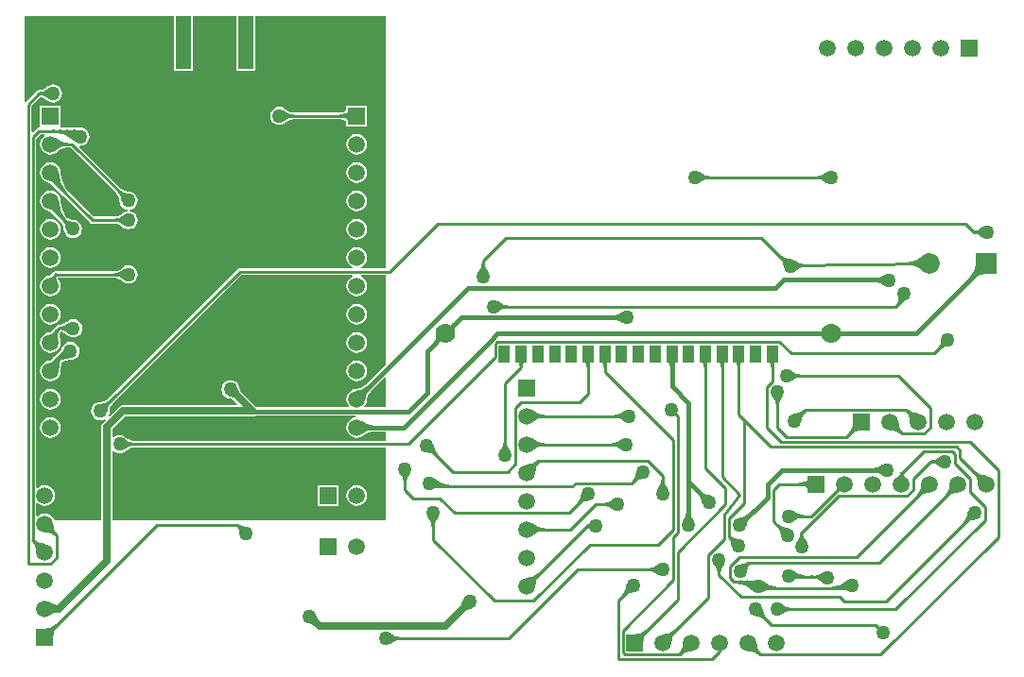
<source format=gbl>
%FSLAX44Y44*%
%MOMM*%
G71*
G01*
G75*
G04 Layer_Physical_Order=2*
G04 Layer_Color=16711680*
%ADD10C,0.3810*%
%ADD11C,0.2540*%
%ADD12C,0.6350*%
%ADD13R,1.2700X4.2000*%
%ADD14R,1.3500X4.7000*%
%ADD15R,2.1000X1.6000*%
%ADD16R,0.4000X1.3500*%
%ADD17R,1.9000X1.9000*%
%ADD18R,1.8000X1.9000*%
%ADD19R,0.9000X1.9000*%
%ADD20R,3.2000X1.9000*%
%ADD21R,1.5240X1.0160*%
%ADD22R,1.0160X1.5240*%
%ADD23R,1.1000X1.0000*%
%ADD24R,0.9100X1.2200*%
%ADD25R,0.8000X0.8000*%
%ADD26R,0.8000X0.8000*%
%ADD27R,1.0000X1.3500*%
%ADD28R,0.3700X0.4300*%
%ADD29R,0.3700X0.3000*%
%ADD30R,0.6000X1.6000*%
%ADD31O,1.9000X0.5500*%
%ADD32O,0.5500X1.9000*%
%ADD33C,1.5000*%
%ADD34R,1.5000X1.5000*%
%ADD35R,1.8500X1.8500*%
%ADD36C,1.8500*%
%ADD37R,1.5000X1.5000*%
%ADD38R,1.0000X1.5240*%
%ADD39C,1.7780*%
%ADD40C,1.2700*%
G36*
X298478Y222554D02*
X297298Y222399D01*
X295041Y221464D01*
X293103Y219977D01*
X291616Y218039D01*
X290681Y215782D01*
X290362Y213360D01*
X290681Y210938D01*
X291616Y208681D01*
X293103Y206743D01*
X295041Y205256D01*
X297298Y204321D01*
X299720Y204002D01*
X302142Y204321D01*
X304399Y205256D01*
X306337Y206743D01*
X306423Y206854D01*
X308337Y208323D01*
X310696Y209300D01*
X313008Y209605D01*
X313116D01*
X313228Y209594D01*
Y209605D01*
X325882D01*
Y201482D01*
X99640D01*
Y201496D01*
X99529Y201485D01*
X97267Y201783D01*
X95056Y202699D01*
X93223Y204105D01*
X93173Y204171D01*
X91475Y205474D01*
X89498Y206293D01*
X87376Y206572D01*
X85254Y206293D01*
X83277Y205474D01*
X81881Y204403D01*
X80742Y204964D01*
Y211522D01*
X92262Y223042D01*
X206248D01*
X208181Y223426D01*
X208772Y223822D01*
X298395D01*
X298478Y222554D01*
D02*
G37*
G36*
X325882Y270233D02*
X306616Y250966D01*
X306608Y250974D01*
X306537Y250887D01*
X306461Y250812D01*
X304611Y249392D01*
X302251Y248415D01*
X299860Y248100D01*
X299720Y248118D01*
X297298Y247799D01*
X295041Y246864D01*
X293103Y245377D01*
X291616Y243439D01*
X290681Y241182D01*
X290362Y238760D01*
X290681Y236338D01*
X291616Y234081D01*
X292851Y232471D01*
X292289Y231332D01*
X210040D01*
X209819Y231663D01*
X195681Y245801D01*
X195681Y245801D01*
X195689Y245809D01*
X195617Y245865D01*
X195607Y245874D01*
X195095Y246641D01*
X194898Y247630D01*
X194915Y247650D01*
X194915D01*
X194835Y248050D01*
X194609Y249772D01*
X193790Y251749D01*
X192487Y253447D01*
X190789Y254750D01*
X188812Y255569D01*
X186690Y255848D01*
X184568Y255569D01*
X182591Y254750D01*
X180893Y253447D01*
X179590Y251749D01*
X178771Y249772D01*
X178492Y247650D01*
X178771Y245528D01*
X179590Y243551D01*
X180893Y241853D01*
X182591Y240550D01*
X184568Y239731D01*
X186290Y239505D01*
X186690Y239425D01*
Y239425D01*
X186710Y239442D01*
X187699Y239245D01*
X188466Y238732D01*
X188475Y238723D01*
X188531Y238651D01*
X188539Y238659D01*
X188539Y238659D01*
X192883Y234315D01*
X192397Y233142D01*
X90170D01*
X88237Y232758D01*
X86599Y231663D01*
X78285Y223349D01*
X77229Y224055D01*
X78023Y225970D01*
X78302Y228092D01*
X78291Y228174D01*
X78593Y230465D01*
X79509Y232676D01*
X80898Y234486D01*
X80984Y234557D01*
X80974Y234567D01*
X80974Y234567D01*
X196359Y349952D01*
X295378D01*
X295626Y348707D01*
X295041Y348464D01*
X293103Y346977D01*
X291616Y345039D01*
X290681Y342782D01*
X290362Y340360D01*
X290681Y337938D01*
X291616Y335681D01*
X293103Y333743D01*
X295041Y332256D01*
X297298Y331321D01*
X299720Y331002D01*
X302142Y331321D01*
X304399Y332256D01*
X306337Y333743D01*
X307824Y335681D01*
X308759Y337938D01*
X309078Y340360D01*
X308759Y342782D01*
X307824Y345039D01*
X306337Y346977D01*
X304399Y348464D01*
X303814Y348707D01*
X304062Y349952D01*
X325882D01*
Y270233D01*
D02*
G37*
G36*
Y257952D02*
Y231332D01*
X307151D01*
X306589Y232471D01*
X307824Y234081D01*
X308759Y236338D01*
X309078Y238760D01*
X309060Y238899D01*
X309375Y241292D01*
X310352Y243651D01*
X311772Y245501D01*
X311847Y245577D01*
X311934Y245648D01*
X311926Y245656D01*
X324709Y258438D01*
X325882Y257952D01*
D02*
G37*
G36*
Y130810D02*
X325374Y130302D01*
X80742D01*
Y191784D01*
X81881Y192345D01*
X83277Y191274D01*
X85254Y190455D01*
X87376Y190176D01*
X89498Y190455D01*
X91475Y191274D01*
X93173Y192577D01*
X93223Y192643D01*
X95056Y194049D01*
X97267Y194965D01*
X99529Y195263D01*
X99640Y195252D01*
Y195266D01*
X325882D01*
Y130810D01*
D02*
G37*
G36*
Y356168D02*
X304062D01*
X303814Y357413D01*
X304399Y357656D01*
X306337Y359143D01*
X307824Y361081D01*
X308759Y363338D01*
X309078Y365760D01*
X308759Y368182D01*
X307824Y370439D01*
X306337Y372377D01*
X304399Y373864D01*
X302142Y374799D01*
X299720Y375118D01*
X297298Y374799D01*
X295041Y373864D01*
X293103Y372377D01*
X291616Y370439D01*
X290681Y368182D01*
X290362Y365760D01*
X290681Y363338D01*
X291616Y361081D01*
X293103Y359143D01*
X295041Y357656D01*
X295626Y357413D01*
X295378Y356168D01*
X195072D01*
X193883Y355931D01*
X192875Y355257D01*
X76579Y238962D01*
X76579Y238962D01*
X76568Y238972D01*
X76498Y238886D01*
X74688Y237497D01*
X72477Y236581D01*
X70186Y236279D01*
X70104Y236290D01*
X67982Y236011D01*
X66005Y235192D01*
X64307Y233889D01*
X63004Y232191D01*
X62185Y230214D01*
X61906Y228092D01*
X62185Y225970D01*
X63004Y223993D01*
X64307Y222295D01*
X66005Y220992D01*
X67982Y220173D01*
X70104Y219894D01*
X72226Y220173D01*
X74141Y220967D01*
X74847Y219911D01*
X72121Y217185D01*
X71026Y215547D01*
X70642Y213614D01*
Y130302D01*
X28995D01*
X28424Y131679D01*
X26937Y133617D01*
X24999Y135104D01*
X22742Y136039D01*
X20320Y136358D01*
X17898Y136039D01*
X15641Y135104D01*
X13899Y133767D01*
X12760Y134329D01*
Y145071D01*
X13899Y145633D01*
X15641Y144296D01*
X17898Y143361D01*
X20320Y143042D01*
X22742Y143361D01*
X24999Y144296D01*
X26937Y145783D01*
X28424Y147721D01*
X29359Y149978D01*
X29678Y152400D01*
X29359Y154822D01*
X28424Y157079D01*
X26937Y159017D01*
X24999Y160504D01*
X22742Y161439D01*
X20320Y161758D01*
X17898Y161439D01*
X15641Y160504D01*
X13899Y159167D01*
X12760Y159729D01*
Y472423D01*
X16527Y476190D01*
X19692D01*
X20100Y474988D01*
X18783Y473977D01*
X17296Y472039D01*
X16361Y469782D01*
X16042Y467360D01*
X16361Y464938D01*
X17296Y462681D01*
X18783Y460743D01*
X20721Y459256D01*
X22978Y458321D01*
X25400Y458002D01*
X27822Y458321D01*
X30079Y459256D01*
X32017Y460743D01*
X32146Y460911D01*
X34457Y462684D01*
X37343Y463880D01*
X40167Y464251D01*
X40441Y464225D01*
Y464252D01*
X43363D01*
X84380Y423235D01*
X84380Y423235D01*
X84370Y423225D01*
X84456Y423154D01*
X85845Y421344D01*
X86761Y419133D01*
X87063Y416842D01*
X87052Y416760D01*
X87331Y414638D01*
X88150Y412661D01*
X89453Y410963D01*
X91151Y409660D01*
X93128Y408841D01*
X94513Y408659D01*
Y407389D01*
X93128Y407207D01*
X91151Y406388D01*
X89453Y405085D01*
X89403Y405019D01*
X87570Y403613D01*
X85359Y402697D01*
X83097Y402399D01*
X82986Y402410D01*
Y402396D01*
X64279D01*
X41470Y425205D01*
X38774Y428489D01*
X36534Y432681D01*
X35154Y437230D01*
X34718Y441657D01*
X34758Y441960D01*
X34439Y444382D01*
X33504Y446639D01*
X32017Y448577D01*
X30079Y450064D01*
X27822Y450999D01*
X25400Y451318D01*
X22978Y450999D01*
X20721Y450064D01*
X18783Y448577D01*
X17296Y446639D01*
X16361Y444382D01*
X16042Y441960D01*
X16361Y439538D01*
X17296Y437281D01*
X18783Y435343D01*
X20721Y433856D01*
X22978Y432921D01*
X25265Y432620D01*
X28558Y429327D01*
X28738Y429108D01*
X28758Y429127D01*
X32681Y425204D01*
X33053Y424751D01*
X33094Y424791D01*
X33094Y424791D01*
X37123Y420762D01*
X37406Y420431D01*
X37430Y420455D01*
X60795Y397090D01*
X61803Y396417D01*
X62992Y396180D01*
X82986D01*
Y396166D01*
X83097Y396177D01*
X85359Y395879D01*
X87570Y394963D01*
X89403Y393557D01*
X89453Y393491D01*
X91151Y392188D01*
X93128Y391369D01*
X95250Y391090D01*
X97372Y391369D01*
X99349Y392188D01*
X101047Y393491D01*
X102350Y395189D01*
X103169Y397166D01*
X103448Y399288D01*
X103169Y401410D01*
X102350Y403387D01*
X101047Y405085D01*
X99349Y406388D01*
X97372Y407207D01*
X95987Y407389D01*
Y408659D01*
X97372Y408841D01*
X99349Y409660D01*
X101047Y410963D01*
X102350Y412661D01*
X103169Y414638D01*
X103448Y416760D01*
X103169Y418882D01*
X102350Y420859D01*
X101047Y422557D01*
X99349Y423860D01*
X97372Y424679D01*
X95250Y424958D01*
X95168Y424948D01*
X92877Y425249D01*
X90666Y426165D01*
X88856Y427554D01*
X88785Y427640D01*
X88775Y427630D01*
X88775Y427630D01*
X51514Y464892D01*
X52070Y466020D01*
X54192Y466299D01*
X56169Y467118D01*
X57867Y468421D01*
X59170Y470119D01*
X59989Y472096D01*
X60268Y474218D01*
X59989Y476340D01*
X59170Y478317D01*
X57867Y480015D01*
X56169Y481318D01*
X54192Y482137D01*
X52070Y482416D01*
X49948Y482137D01*
X49590Y481988D01*
X48108Y482183D01*
X46990Y482406D01*
X46419D01*
X45938Y482469D01*
Y482406D01*
X40201D01*
X39806Y482445D01*
Y482406D01*
X34678D01*
Y483482D01*
X34678D01*
Y502038D01*
X16122D01*
Y483482D01*
X16122D01*
Y483288D01*
X15240Y482406D01*
X14051Y482169D01*
X13043Y481496D01*
X9615Y478068D01*
X8442Y478554D01*
Y501633D01*
X16408Y509599D01*
X17795Y509417D01*
X20006Y508501D01*
X21839Y507095D01*
X21889Y507029D01*
X23587Y505726D01*
X25564Y504907D01*
X27686Y504628D01*
X29808Y504907D01*
X31785Y505726D01*
X33483Y507029D01*
X34786Y508727D01*
X35605Y510704D01*
X35884Y512826D01*
X35605Y514948D01*
X34786Y516925D01*
X33483Y518623D01*
X31785Y519926D01*
X29808Y520745D01*
X27686Y521024D01*
X25564Y520745D01*
X23587Y519926D01*
X21889Y518623D01*
X21839Y518557D01*
X20006Y517151D01*
X17795Y516235D01*
X15533Y515937D01*
X15422Y515948D01*
Y515934D01*
X15240D01*
X14051Y515697D01*
X13043Y515023D01*
X3241Y505222D01*
X2555Y505506D01*
X2068Y505832D01*
Y582132D01*
X136125D01*
Y533522D01*
X153181D01*
Y582132D01*
X191725D01*
Y533522D01*
X208781D01*
Y582132D01*
X325882D01*
Y356168D01*
D02*
G37*
%LPC*%
G36*
X299720Y298918D02*
X297298Y298599D01*
X295041Y297664D01*
X293103Y296177D01*
X291616Y294239D01*
X290681Y291982D01*
X290362Y289560D01*
X290681Y287138D01*
X291616Y284881D01*
X293103Y282943D01*
X295041Y281456D01*
X297298Y280521D01*
X299720Y280202D01*
X302142Y280521D01*
X304399Y281456D01*
X306337Y282943D01*
X307824Y284881D01*
X308759Y287138D01*
X309078Y289560D01*
X308759Y291982D01*
X307824Y294239D01*
X306337Y296177D01*
X304399Y297664D01*
X302142Y298599D01*
X299720Y298918D01*
D02*
G37*
G36*
X43180Y290138D02*
X41058Y289859D01*
X39081Y289040D01*
X37383Y287737D01*
X36080Y286039D01*
X35261Y284062D01*
X35175Y283410D01*
X32414Y280649D01*
X32300Y280555D01*
X32300Y280556D01*
X31969Y280224D01*
X31933D01*
X31933Y280224D01*
Y280224D01*
X31933Y280224D01*
X31676Y279911D01*
X28290Y276525D01*
X27943Y276241D01*
X27967Y276216D01*
X27904Y276139D01*
X25265Y273500D01*
X22978Y273199D01*
X20721Y272264D01*
X18783Y270777D01*
X17296Y268839D01*
X16361Y266582D01*
X16042Y264160D01*
X16361Y261738D01*
X17296Y259481D01*
X18783Y257543D01*
X20721Y256056D01*
X22978Y255121D01*
X25400Y254802D01*
X27822Y255121D01*
X30079Y256056D01*
X32017Y257543D01*
X33504Y259481D01*
X34439Y261738D01*
X34758Y264160D01*
X34709Y264529D01*
X34722Y264595D01*
X34698Y264716D01*
X34774Y264816D01*
X34774D01*
X34643Y266153D01*
X35013Y269907D01*
X35768Y272397D01*
X38994Y273376D01*
X42978Y273768D01*
X43180Y273742D01*
X45302Y274021D01*
X47279Y274840D01*
X48977Y276143D01*
X50280Y277841D01*
X51099Y279818D01*
X51378Y281940D01*
X51099Y284062D01*
X50280Y286039D01*
X48977Y287737D01*
X47279Y289040D01*
X45302Y289859D01*
X43180Y290138D01*
D02*
G37*
G36*
X25400Y324318D02*
X22978Y323999D01*
X20721Y323064D01*
X18783Y321577D01*
X17296Y319639D01*
X16361Y317382D01*
X16042Y314960D01*
X16361Y312538D01*
X17296Y310281D01*
X18783Y308343D01*
X20721Y306856D01*
X22978Y305921D01*
X25400Y305602D01*
X27822Y305921D01*
X30079Y306856D01*
X32017Y308343D01*
X33504Y310281D01*
X34439Y312538D01*
X34758Y314960D01*
X34439Y317382D01*
X33504Y319639D01*
X32017Y321577D01*
X30079Y323064D01*
X27822Y323999D01*
X25400Y324318D01*
D02*
G37*
G36*
X299720Y273518D02*
X297298Y273199D01*
X295041Y272264D01*
X293103Y270777D01*
X291616Y268839D01*
X290681Y266582D01*
X290362Y264160D01*
X290681Y261738D01*
X291616Y259481D01*
X293103Y257543D01*
X295041Y256056D01*
X297298Y255121D01*
X299720Y254802D01*
X302142Y255121D01*
X304399Y256056D01*
X306337Y257543D01*
X307824Y259481D01*
X308759Y261738D01*
X309078Y264160D01*
X308759Y266582D01*
X307824Y268839D01*
X306337Y270777D01*
X304399Y272264D01*
X302142Y273199D01*
X299720Y273518D01*
D02*
G37*
G36*
X283598Y161678D02*
X265042D01*
Y143122D01*
X283598D01*
Y161678D01*
D02*
G37*
G36*
X299720Y161758D02*
X297298Y161439D01*
X295041Y160504D01*
X293103Y159017D01*
X291616Y157079D01*
X290681Y154822D01*
X290362Y152400D01*
X290681Y149978D01*
X291616Y147721D01*
X293103Y145783D01*
X295041Y144296D01*
X297298Y143361D01*
X299720Y143042D01*
X302142Y143361D01*
X304399Y144296D01*
X306337Y145783D01*
X307824Y147721D01*
X308759Y149978D01*
X309078Y152400D01*
X308759Y154822D01*
X307824Y157079D01*
X306337Y159017D01*
X304399Y160504D01*
X302142Y161439D01*
X299720Y161758D01*
D02*
G37*
G36*
X25400Y248118D02*
X22978Y247799D01*
X20721Y246864D01*
X18783Y245377D01*
X17296Y243439D01*
X16361Y241182D01*
X16042Y238760D01*
X16361Y236338D01*
X17296Y234081D01*
X18783Y232143D01*
X20721Y230656D01*
X22978Y229721D01*
X25400Y229402D01*
X27822Y229721D01*
X30079Y230656D01*
X32017Y232143D01*
X33504Y234081D01*
X34439Y236338D01*
X34758Y238760D01*
X34439Y241182D01*
X33504Y243439D01*
X32017Y245377D01*
X30079Y246864D01*
X27822Y247799D01*
X25400Y248118D01*
D02*
G37*
G36*
Y222718D02*
X22978Y222399D01*
X20721Y221464D01*
X18783Y219977D01*
X17296Y218039D01*
X16361Y215782D01*
X16042Y213360D01*
X16361Y210938D01*
X17296Y208681D01*
X18783Y206743D01*
X20721Y205256D01*
X22978Y204321D01*
X25400Y204002D01*
X27822Y204321D01*
X30079Y205256D01*
X32017Y206743D01*
X33504Y208681D01*
X34439Y210938D01*
X34758Y213360D01*
X34439Y215782D01*
X33504Y218039D01*
X32017Y219977D01*
X30079Y221464D01*
X27822Y222399D01*
X25400Y222718D01*
D02*
G37*
G36*
X299720Y425918D02*
X297298Y425599D01*
X295041Y424664D01*
X293103Y423177D01*
X291616Y421239D01*
X290681Y418982D01*
X290362Y416560D01*
X290681Y414138D01*
X291616Y411881D01*
X293103Y409943D01*
X295041Y408456D01*
X297298Y407521D01*
X299720Y407202D01*
X302142Y407521D01*
X304399Y408456D01*
X306337Y409943D01*
X307824Y411881D01*
X308759Y414138D01*
X309078Y416560D01*
X308759Y418982D01*
X307824Y421239D01*
X306337Y423177D01*
X304399Y424664D01*
X302142Y425599D01*
X299720Y425918D01*
D02*
G37*
G36*
X25400D02*
X22978Y425599D01*
X20721Y424664D01*
X18783Y423177D01*
X17296Y421239D01*
X16361Y418982D01*
X16042Y416560D01*
X16361Y414138D01*
X17296Y411881D01*
X18783Y409943D01*
X20721Y408456D01*
X22978Y407521D01*
X25265Y407220D01*
X28558Y403927D01*
X28738Y403708D01*
D01*
Y403708D01*
X28738D01*
D01*
Y403708D01*
X28738Y403708D01*
X28777Y403708D01*
D01*
X32681Y399804D01*
X33053Y399351D01*
X33094Y399391D01*
X33094Y399391D01*
X34650Y397835D01*
X34650Y397835D01*
X34640Y397825D01*
X34726Y397754D01*
X36115Y395944D01*
X37031Y393733D01*
X37332Y391442D01*
X37322Y391360D01*
X37601Y389238D01*
X38420Y387261D01*
X39723Y385563D01*
X41421Y384260D01*
X43398Y383441D01*
X45520Y383162D01*
X47642Y383441D01*
X49619Y384260D01*
X51317Y385563D01*
X52620Y387261D01*
X53439Y389238D01*
X53718Y391360D01*
X53439Y393482D01*
X52620Y395459D01*
X51317Y397157D01*
X49619Y398460D01*
X47642Y399279D01*
X45520Y399558D01*
X45438Y399548D01*
X43147Y399849D01*
X40936Y400765D01*
X40250Y401291D01*
X38774Y403089D01*
X36534Y407281D01*
X35154Y411830D01*
X34718Y416257D01*
X34758Y416560D01*
X34439Y418982D01*
X33504Y421239D01*
X32017Y423177D01*
X30079Y424664D01*
X27822Y425599D01*
X25400Y425918D01*
D02*
G37*
G36*
X299720Y451318D02*
X297298Y450999D01*
X295041Y450064D01*
X293103Y448577D01*
X291616Y446639D01*
X290681Y444382D01*
X290362Y441960D01*
X290681Y439538D01*
X291616Y437281D01*
X293103Y435343D01*
X295041Y433856D01*
X297298Y432921D01*
X299720Y432602D01*
X302142Y432921D01*
X304399Y433856D01*
X306337Y435343D01*
X307824Y437281D01*
X308759Y439538D01*
X309078Y441960D01*
X308759Y444382D01*
X307824Y446639D01*
X306337Y448577D01*
X304399Y450064D01*
X302142Y450999D01*
X299720Y451318D01*
D02*
G37*
G36*
X308998Y502038D02*
X290442D01*
Y497344D01*
X287777Y496240D01*
X284953Y495869D01*
X284680Y495896D01*
Y495868D01*
X242642D01*
Y495882D01*
X242531Y495871D01*
X240269Y496169D01*
X238058Y497085D01*
X236225Y498491D01*
X236175Y498557D01*
X234477Y499860D01*
X232500Y500679D01*
X230378Y500958D01*
X228256Y500679D01*
X226279Y499860D01*
X224581Y498557D01*
X223278Y496859D01*
X222459Y494882D01*
X222180Y492760D01*
X222459Y490638D01*
X223278Y488661D01*
X224581Y486963D01*
X226279Y485660D01*
X228256Y484841D01*
X230378Y484562D01*
X232500Y484841D01*
X234477Y485660D01*
X236175Y486963D01*
X236225Y487029D01*
X238058Y488435D01*
X240269Y489351D01*
X242531Y489649D01*
X242642Y489638D01*
Y489652D01*
X284680D01*
Y489624D01*
X284953Y489651D01*
X287777Y489280D01*
X290442Y488176D01*
Y483482D01*
X308998D01*
Y502038D01*
D02*
G37*
G36*
X299720Y476718D02*
X297298Y476399D01*
X295041Y475464D01*
X293103Y473977D01*
X291616Y472039D01*
X290681Y469782D01*
X290362Y467360D01*
X290681Y464938D01*
X291616Y462681D01*
X293103Y460743D01*
X295041Y459256D01*
X297298Y458321D01*
X299720Y458002D01*
X302142Y458321D01*
X304399Y459256D01*
X306337Y460743D01*
X307824Y462681D01*
X308759Y464938D01*
X309078Y467360D01*
X308759Y469782D01*
X307824Y472039D01*
X306337Y473977D01*
X304399Y475464D01*
X302142Y476399D01*
X299720Y476718D01*
D02*
G37*
G36*
Y400518D02*
X297298Y400199D01*
X295041Y399264D01*
X293103Y397777D01*
X291616Y395839D01*
X290681Y393582D01*
X290362Y391160D01*
X290681Y388738D01*
X291616Y386481D01*
X293103Y384543D01*
X295041Y383056D01*
X297298Y382121D01*
X299720Y381802D01*
X302142Y382121D01*
X304399Y383056D01*
X306337Y384543D01*
X307824Y386481D01*
X308759Y388738D01*
X309078Y391160D01*
X308759Y393582D01*
X307824Y395839D01*
X306337Y397777D01*
X304399Y399264D01*
X302142Y400199D01*
X299720Y400518D01*
D02*
G37*
G36*
X45720Y310458D02*
X43598Y310179D01*
X41621Y309360D01*
X39923Y308057D01*
X39890Y308014D01*
X38215Y306729D01*
X36215Y305901D01*
X34097Y305622D01*
X33413D01*
X33275Y305635D01*
Y305622D01*
X33274D01*
X32085Y305385D01*
X31077Y304711D01*
X31076Y304711D01*
X31040Y304747D01*
X30805Y304440D01*
X28383Y302018D01*
X28383Y302018D01*
X28357Y302044D01*
X28186Y301820D01*
X25690Y299325D01*
X25674Y299342D01*
X25566Y299201D01*
X25265Y298900D01*
X22978Y298599D01*
X20721Y297664D01*
X18783Y296177D01*
X17296Y294239D01*
X16361Y291982D01*
X16042Y289560D01*
X16361Y287138D01*
X17296Y284881D01*
X18783Y282943D01*
X20721Y281456D01*
X22978Y280521D01*
X25400Y280202D01*
X27822Y280521D01*
X30079Y281456D01*
X32017Y282943D01*
X33504Y284881D01*
X34439Y287138D01*
X34758Y289560D01*
X34439Y291982D01*
X34091Y292823D01*
X34032Y293118D01*
X34095Y293144D01*
X33770Y293930D01*
X33545Y295639D01*
X33770Y297348D01*
X34429Y298941D01*
X34655Y299234D01*
X35606Y299109D01*
X37779Y298209D01*
X39644Y296778D01*
X39779Y296602D01*
Y296602D01*
Y296602D01*
X39779Y296602D01*
X39806Y296615D01*
Y296615D01*
D01*
X39844Y296559D01*
X39855Y296552D01*
X39923Y296463D01*
X41621Y295160D01*
X43598Y294341D01*
X45720Y294062D01*
X47842Y294341D01*
X49819Y295160D01*
X51517Y296463D01*
X52820Y298161D01*
X53639Y300138D01*
X53918Y302260D01*
X53639Y304382D01*
X52820Y306359D01*
X51517Y308057D01*
X49819Y309360D01*
X47842Y310179D01*
X45720Y310458D01*
D02*
G37*
G36*
X299720Y324318D02*
X297298Y323999D01*
X295041Y323064D01*
X293103Y321577D01*
X291616Y319639D01*
X290681Y317382D01*
X290362Y314960D01*
X290681Y312538D01*
X291616Y310281D01*
X293103Y308343D01*
X295041Y306856D01*
X297298Y305921D01*
X299720Y305602D01*
X302142Y305921D01*
X304399Y306856D01*
X306337Y308343D01*
X307824Y310281D01*
X308759Y312538D01*
X309078Y314960D01*
X308759Y317382D01*
X307824Y319639D01*
X306337Y321577D01*
X304399Y323064D01*
X302142Y323999D01*
X299720Y324318D01*
D02*
G37*
G36*
X95250Y358718D02*
X93128Y358439D01*
X91151Y357620D01*
X89453Y356317D01*
X89403Y356251D01*
X87570Y354845D01*
X85359Y353929D01*
X83097Y353631D01*
X82986Y353642D01*
Y353628D01*
X30480D01*
X29291Y353391D01*
X28282Y352718D01*
X28282D01*
X28278Y352722D01*
X28249Y352684D01*
X26315Y350750D01*
X26309D01*
X26309Y350750D01*
Y350750D01*
X26309Y350750D01*
D01*
X26290Y350725D01*
X25265Y349700D01*
X22978Y349399D01*
X20721Y348464D01*
X18783Y346977D01*
X17296Y345039D01*
X16361Y342782D01*
X16042Y340360D01*
X16361Y337938D01*
X17296Y335681D01*
X18783Y333743D01*
X20721Y332256D01*
X22978Y331321D01*
X25400Y331002D01*
X27822Y331321D01*
X30079Y332256D01*
X32017Y333743D01*
X33504Y335681D01*
X34439Y337938D01*
X34758Y340360D01*
X34439Y342782D01*
X33504Y345039D01*
X32634Y346174D01*
X32552Y346297D01*
X32585Y346325D01*
X32193Y347272D01*
X32251Y347412D01*
X82986D01*
Y347398D01*
X83097Y347409D01*
X85359Y347111D01*
X87570Y346195D01*
X89403Y344789D01*
X89453Y344723D01*
X91151Y343420D01*
X93128Y342601D01*
X95250Y342322D01*
X97372Y342601D01*
X99349Y343420D01*
X101047Y344723D01*
X102350Y346421D01*
X103169Y348398D01*
X103448Y350520D01*
X103169Y352642D01*
X102350Y354619D01*
X101047Y356317D01*
X99349Y357620D01*
X97372Y358439D01*
X95250Y358718D01*
D02*
G37*
G36*
X25400Y400518D02*
X22978Y400199D01*
X20721Y399264D01*
X18783Y397777D01*
X17296Y395839D01*
X16361Y393582D01*
X16042Y391160D01*
X16361Y388738D01*
X17296Y386481D01*
X18783Y384543D01*
X20721Y383056D01*
X22978Y382121D01*
X25400Y381802D01*
X27822Y382121D01*
X30079Y383056D01*
X32017Y384543D01*
X33504Y386481D01*
X34439Y388738D01*
X34758Y391160D01*
X34439Y393582D01*
X33504Y395839D01*
X32017Y397777D01*
X30079Y399264D01*
X27822Y400199D01*
X25400Y400518D01*
D02*
G37*
G36*
Y375118D02*
X22978Y374799D01*
X20721Y373864D01*
X18783Y372377D01*
X17296Y370439D01*
X16361Y368182D01*
X16042Y365760D01*
X16361Y363338D01*
X17296Y361081D01*
X18783Y359143D01*
X20721Y357656D01*
X22978Y356721D01*
X25400Y356402D01*
X27822Y356721D01*
X30079Y357656D01*
X32017Y359143D01*
X33504Y361081D01*
X34439Y363338D01*
X34758Y365760D01*
X34439Y368182D01*
X33504Y370439D01*
X32017Y372377D01*
X30079Y373864D01*
X27822Y374799D01*
X25400Y375118D01*
D02*
G37*
%LPD*%
D10*
X309271Y248311D02*
G03*
X305315Y238760I9551J-9551D01*
G01*
X299720Y244355D02*
G03*
X309271Y248311I0J13507D01*
G01*
X313228Y213360D02*
G03*
X303676Y209404I0J-13507D01*
G01*
Y217316D02*
G03*
X313228Y213360I9551J9551D01*
G01*
X731651Y297400D02*
G03*
X728928Y296272I0J-3851D01*
G01*
Y298528D02*
G03*
X731651Y297400I2723J2723D01*
G01*
X717950D02*
G03*
X720672Y298528I0J3851D01*
G01*
Y296272D02*
G03*
X717950Y297400I-2723J-2723D01*
G01*
X371196Y290136D02*
G03*
X374205Y297400I-7264J7264D01*
G01*
X386644Y305244D02*
G03*
X383395Y297400I7844J-7844D01*
G01*
X581800Y269308D02*
G03*
X579612Y274592I-7472J0D01*
G01*
X583989D02*
G03*
X581800Y269308I5283J-5283D01*
G01*
X851061Y348141D02*
G03*
X856255Y360680I-12539J12539D01*
G01*
X863600Y353335D02*
G03*
X851061Y348141I0J-17732D01*
G01*
X766719Y345694D02*
G03*
X773081Y348329I0J8997D01*
G01*
Y342043D02*
G03*
X764266Y345694I-8814J-8814D01*
G01*
X649954Y133318D02*
G03*
X646811Y125730I7588J-7588D01*
G01*
X642366Y130175D02*
G03*
X649954Y133318I0J10731D01*
G01*
X763969Y175260D02*
G03*
X771557Y178403I0J10731D01*
G01*
Y172117D02*
G03*
X763969Y175260I-7588J-7588D01*
G01*
X607600Y153764D02*
G03*
X615188Y150621I7588J7588D01*
G01*
X610743Y146176D02*
G03*
X607600Y153764I-10731J0D01*
G01*
X530490Y311785D02*
G03*
X538385Y315055I0J11165D01*
G01*
Y308769D02*
G03*
X531103Y311785I-7282J-7282D01*
G01*
X596646Y136461D02*
G03*
X599789Y128873I10731J0D01*
G01*
X593503D02*
G03*
X596646Y136461I-7588J7588D01*
G01*
Y164718D02*
X615188Y146176D01*
X596646Y164718D02*
Y235458D01*
Y125730D02*
Y164718D01*
X581800Y250304D02*
X596646Y235458D01*
X581800Y250304D02*
Y279400D01*
X596646Y164718D02*
Y235458D01*
X680720Y175260D02*
X774700D01*
X667512Y162052D02*
X680720Y175260D01*
X667512Y150876D02*
Y162052D01*
X642366Y125730D02*
X667512Y150876D01*
X724800Y297400D02*
X800320D01*
X863600Y360680D01*
X299720Y213360D02*
X341873D01*
X418799Y290286D01*
Y290334D01*
X425865Y297400D01*
X724800D01*
X206248Y228092D02*
X206375Y227965D01*
X299720Y238760D02*
X399034Y338074D01*
X674405D01*
X682025Y345694D01*
X775716D02*
X776224Y345186D01*
X682025Y345694D02*
X775716D01*
X378800Y297400D02*
X393312Y311912D01*
X417865D01*
X417992Y311785D01*
X541401D02*
X541528Y311912D01*
X417992Y311785D02*
X541401D01*
X362966Y244856D02*
Y281906D01*
X378460Y297400D01*
X378800D01*
X345687Y227577D02*
X362966Y244856D01*
X206248Y228092D02*
X206763Y227577D01*
X345687D01*
D11*
X741205Y207805D02*
G03*
X745610Y218440I-10635J10635D01*
G01*
X745541Y212141D02*
G03*
X748150Y218440I-6299J6299D01*
G01*
X751840Y212210D02*
G03*
X741205Y207805I0J-15041D01*
G01*
X751840Y214750D02*
G03*
X745541Y212141I0J-8908D01*
G01*
X787875Y207805D02*
G03*
X777240Y212210I-10635J-10635D01*
G01*
X783539Y212141D02*
G03*
X777240Y214750I-6299J-6299D01*
G01*
X783470Y218440D02*
G03*
X787875Y207805I15041J0D01*
G01*
X780930Y218440D02*
G03*
X783539Y212141I8908J0D01*
G01*
X792005Y229075D02*
G03*
X802640Y224670I10635J10635D01*
G01*
X796341Y224739D02*
G03*
X802640Y222130I6299J6299D01*
G01*
X796410Y218440D02*
G03*
X792005Y229075I-15041J0D01*
G01*
X798950Y218440D02*
G03*
X796341Y224739I-8908J0D01*
G01*
X284680Y492760D02*
G03*
X295315Y497165I0J15041D01*
G01*
X290812Y492760D02*
G03*
X297111Y495369I0J8908D01*
G01*
X295315Y488355D02*
G03*
X284680Y492760I-10635J-10635D01*
G01*
X297111Y490151D02*
G03*
X290812Y492760I-6299J-6299D01*
G01*
X30955Y116365D02*
G03*
X20320Y120770I-10635J-10635D01*
G01*
X26619Y120701D02*
G03*
X20320Y123310I-6299J-6299D01*
G01*
X26550Y127000D02*
G03*
X30955Y116365I15041J0D01*
G01*
X24010Y127000D02*
G03*
X26619Y120701I8908J0D01*
G01*
X9685Y112235D02*
G03*
X20320Y107830I10635J10635D01*
G01*
X14021Y107899D02*
G03*
X20320Y105290I6299J6299D01*
G01*
X14090Y101600D02*
G03*
X9685Y112235I-15041J0D01*
G01*
X16630Y101600D02*
G03*
X14021Y107899I-8908J0D01*
G01*
X30955Y36035D02*
G03*
X26550Y25400I10635J-10635D01*
G01*
X26619Y31699D02*
G03*
X24010Y25400I6299J-6299D01*
G01*
X20320Y31630D02*
G03*
X30955Y36035I0J15041D01*
G01*
X20320Y29090D02*
G03*
X26619Y31699I0J8908D01*
G01*
X611800Y267775D02*
G03*
X609163Y274142I-9005J0D01*
G01*
X614438D02*
G03*
X611800Y267775I6367J-6367D01*
G01*
X671800D02*
G03*
X669163Y274142I-9005J0D01*
G01*
X674437D02*
G03*
X671800Y267775I6367J-6367D01*
G01*
X641800D02*
G03*
X639163Y274142I-9005J0D01*
G01*
X644438D02*
G03*
X641800Y267775I6367J-6367D01*
G01*
X626800D02*
G03*
X624162Y274142I-9005J0D01*
G01*
X629437D02*
G03*
X626800Y267775I6367J-6367D01*
G01*
X506800D02*
G03*
X504163Y274142I-9005J0D01*
G01*
X509438D02*
G03*
X506800Y267775I6367J-6367D01*
G01*
X521800D02*
G03*
X519162Y274142I-9005J0D01*
G01*
X524437D02*
G03*
X521800Y267775I6367J-6367D01*
G01*
X446800D02*
G03*
X444163Y274142I-9005J0D01*
G01*
X449438D02*
G03*
X446800Y267775I6367J-6367D01*
G01*
X462755Y81755D02*
G03*
X458350Y71120I10635J-10635D01*
G01*
X458419Y77419D02*
G03*
X455810Y71120I6299J-6299D01*
G01*
X452120Y77350D02*
G03*
X462755Y81755I0J15041D01*
G01*
X452120Y74810D02*
G03*
X458419Y77419I0J8908D01*
G01*
X467160Y121920D02*
G03*
X456525Y117515I0J-15041D01*
G01*
X461028Y121920D02*
G03*
X454729Y119311I0J-8908D01*
G01*
X456525Y126325D02*
G03*
X467160Y121920I10635J10635D01*
G01*
X454729Y124529D02*
G03*
X461028Y121920I6299J6299D01*
G01*
X462533Y183134D02*
G03*
X458349Y172813I10106J-10106D01*
G01*
X458288Y178888D02*
G03*
X455810Y172775I5985J-5985D01*
G01*
X452214Y178949D02*
G03*
X462533Y183134I214J14290D01*
G01*
X452175Y176410D02*
G03*
X458288Y178888I127J8464D01*
G01*
X467160Y198120D02*
G03*
X456525Y193715I0J-15041D01*
G01*
X461028Y198120D02*
G03*
X454729Y195511I0J-8908D01*
G01*
X456525Y202525D02*
G03*
X467160Y198120I10635J10635D01*
G01*
X454729Y200729D02*
G03*
X461028Y198120I6299J6299D01*
G01*
X467160Y223520D02*
G03*
X456525Y219115I0J-15041D01*
G01*
X461028Y223520D02*
G03*
X454729Y220911I0J-8908D01*
G01*
X456525Y227925D02*
G03*
X467160Y223520I10635J10635D01*
G01*
X454729Y226129D02*
G03*
X461028Y223520I6299J6299D01*
G01*
X660875Y9685D02*
G03*
X650240Y14090I-10635J-10635D01*
G01*
X656539Y14021D02*
G03*
X650240Y16630I-6299J-6299D01*
G01*
X656470Y20320D02*
G03*
X660875Y9685I15041J0D01*
G01*
X653930Y20320D02*
G03*
X656539Y14021I8908J0D01*
G01*
X588805Y9685D02*
G03*
X593210Y20320I-10635J10635D01*
G01*
X593141Y14021D02*
G03*
X595750Y20320I-6299J6299D01*
G01*
X599440Y14090D02*
G03*
X588805Y9685I0J-15041D01*
G01*
X599440Y16630D02*
G03*
X593141Y14021I0J-8908D01*
G01*
X584675Y30955D02*
G03*
X580270Y20320I10635J-10635D01*
G01*
X580339Y26619D02*
G03*
X577730Y20320I6299J-6299D01*
G01*
X574040Y26550D02*
G03*
X584675Y30955I0J15041D01*
G01*
X574040Y24010D02*
G03*
X580339Y26619I0J8908D01*
G01*
X559275Y30955D02*
G03*
X554870Y20320I10635J-10635D01*
G01*
X554939Y26619D02*
G03*
X552330Y20320I6299J-6299D01*
G01*
X548640Y26550D02*
G03*
X559275Y30955I0J15041D01*
G01*
X548640Y24010D02*
G03*
X554939Y26619I0J8908D01*
G01*
X696160Y162560D02*
G03*
X706795Y166965I0J15041D01*
G01*
X702292Y162560D02*
G03*
X708591Y165169I0J8908D01*
G01*
X706795Y158155D02*
G03*
X696160Y162560I-10635J-10635D01*
G01*
X708591Y159951D02*
G03*
X702292Y162560I-6299J-6299D01*
G01*
X787400Y171958D02*
G03*
X789826Y168298I3973J0D01*
G01*
X784974D02*
G03*
X787400Y171958I-1547J3659D01*
G01*
X802165Y151925D02*
G03*
X806570Y162560I-10635J10635D01*
G01*
X806501Y156261D02*
G03*
X809110Y162560I-6299J6299D01*
G01*
X812800Y156330D02*
G03*
X802165Y151925I0J-15041D01*
G01*
X812800Y158870D02*
G03*
X806501Y156261I0J-8908D01*
G01*
X827565Y151925D02*
G03*
X831970Y162560I-10635J10635D01*
G01*
X831901Y156261D02*
G03*
X834510Y162560I-6299J6299D01*
G01*
X838200Y156330D02*
G03*
X827565Y151925I0J-15041D01*
G01*
X838200Y158870D02*
G03*
X831901Y156261I0J-8908D01*
G01*
X852965Y173195D02*
G03*
X863600Y168790I10635J10635D01*
G01*
X857301Y168859D02*
G03*
X863600Y166250I6299J6299D01*
G01*
X857370Y162560D02*
G03*
X852965Y173195I-15041J0D01*
G01*
X859910Y162560D02*
G03*
X857301Y168859I-8908J0D01*
G01*
X793537Y360368D02*
G03*
X807067Y366231I-312J19263D01*
G01*
X799668Y360467D02*
G03*
X808892Y364464I-213J13132D01*
G01*
X807249Y354947D02*
G03*
X793537Y360368I-13400J-13842D01*
G01*
X809016Y356772D02*
G03*
X799668Y360467I-9135J-9436D01*
G01*
X40441Y467360D02*
G03*
X29805Y462955I0J-15041D01*
G01*
X34308Y467360D02*
G03*
X28009Y464751I0J-8908D01*
G01*
X29805Y471765D02*
G03*
X40441Y467360I10635J10635D01*
G01*
X28009Y469969D02*
G03*
X34308Y467360I6299J6299D01*
G01*
X31630Y441960D02*
G03*
X39627Y422653I27305J0D01*
G01*
X29090Y441960D02*
G03*
X35291Y426989I21173J0D01*
G01*
X26550Y441960D02*
G03*
X30955Y431325I15041J0D01*
G01*
X31630Y416560D02*
G03*
X39627Y397253I27305J0D01*
G01*
X29090Y416560D02*
G03*
X35291Y401589I21173J0D01*
G01*
X26550Y416560D02*
G03*
X30955Y405925I15041J0D01*
G01*
X30480Y350520D02*
G03*
X30194Y344339I3247J-3247D01*
G01*
X28509Y348549D02*
G03*
X28239Y342717I3064J-3064D01*
G01*
X33274Y302514D02*
G03*
X31160Y291934I6874J-6874D01*
G01*
X30581Y299821D02*
G03*
X28812Y290966I5753J-5753D01*
G01*
X27888Y297128D02*
G03*
X26463Y289998I4633J-4633D01*
G01*
X38099Y281939D02*
G03*
X31615Y264595I15786J-15786D01*
G01*
X34158Y277998D02*
G03*
X29081Y264417I12361J-12361D01*
G01*
X30217Y274058D02*
G03*
X26547Y264240I8935J-8935D01*
G01*
X78776Y236764D02*
G03*
X75184Y228092I8672J-8672D01*
G01*
X70104Y233172D02*
G03*
X78776Y236764I0J12264D01*
G01*
X701596Y358879D02*
G03*
X691736Y354607I227J-14039D01*
G01*
X695465Y358780D02*
G03*
X689911Y356373I128J-7907D01*
G01*
X691619Y361790D02*
G03*
X699084Y358838I7295J7535D01*
G01*
X677680Y367531D02*
G03*
X688086Y363220I10407J10407D01*
G01*
X682016Y363195D02*
G03*
X688086Y360680I6071J6071D01*
G01*
X683006Y358140D02*
G03*
X680132Y365078I-9811J0D01*
G01*
X413004Y361006D02*
G03*
X416596Y352334I12264J0D01*
G01*
X409412D02*
G03*
X413004Y361006I-8672J8672D01*
G01*
X433186Y321310D02*
G03*
X425740Y318226I0J-10530D01*
G01*
Y325410D02*
G03*
X435639Y321310I9898J9898D01*
G01*
X423944Y323614D02*
G03*
X429506Y321310I5562J5562D01*
G01*
X711890Y437388D02*
G03*
X720562Y440980I0J12264D01*
G01*
Y433796D02*
G03*
X711890Y437388I-8672J-8672D01*
G01*
X614393D02*
G03*
X606334Y434050I0J-11397D01*
G01*
Y441234D02*
G03*
X615619Y437388I9285J9285D01*
G01*
X604538Y439438D02*
G03*
X609487Y437388I4949J4949D01*
G01*
X852424Y388366D02*
G03*
X860083Y391770I0J10317D01*
G01*
Y384962D02*
G03*
X852424Y388366I-7659J-6913D01*
G01*
X193040Y125730D02*
G03*
X200175Y123167I6285J6285D01*
G01*
X195603Y118595D02*
G03*
X193040Y125730I-8848J849D01*
G01*
X99640Y198374D02*
G03*
X90968Y194782I0J-12264D01*
G01*
Y201966D02*
G03*
X99640Y198374I8672J8672D01*
G01*
X82986Y399288D02*
G03*
X91658Y402880I0J12264D01*
G01*
Y395696D02*
G03*
X82986Y399288I-8672J-8672D01*
G01*
Y350520D02*
G03*
X91658Y354112I0J12264D01*
G01*
Y346928D02*
G03*
X82986Y350520I-8672J-8672D01*
G01*
X520882Y144272D02*
G03*
X529554Y147864I0J12264D01*
G01*
Y140680D02*
G03*
X520882Y144272I-8672J-8672D01*
G01*
X650524Y91978D02*
G03*
X648172Y85184I5817J-5817D01*
G01*
X643730Y89626D02*
G03*
X650524Y91978I976J8169D01*
G01*
X528502Y198120D02*
G03*
X537174Y201712I0J12264D01*
G01*
Y194528D02*
G03*
X528502Y198120I-8672J-8672D01*
G01*
X531296Y223520D02*
G03*
X539968Y227112I0J12264D01*
G01*
Y219928D02*
G03*
X531296Y223520I-8672J-8672D01*
G01*
X698826Y133858D02*
G03*
X690154Y130266I0J-12264D01*
G01*
Y137450D02*
G03*
X698826Y133858I8672J8672D01*
G01*
X432562Y200478D02*
G03*
X436154Y191806I12264J0D01*
G01*
X428970D02*
G03*
X432562Y200478I-8672J8672D01*
G01*
X86578Y425432D02*
G03*
X95250Y421840I8672J8672D01*
G01*
X90170Y416760D02*
G03*
X86578Y425432I-12264J0D01*
G01*
X784228Y323555D02*
G03*
X785435Y331408I-4749J4749D01*
G01*
X786676Y326003D02*
G03*
X787688Y332582I-3979J3979D01*
G01*
X368082Y166914D02*
G03*
X384113Y160274I16031J16031D01*
G01*
X366286Y165118D02*
G03*
X377981Y160274I11695J11695D01*
G01*
X364490Y163322D02*
G03*
X371848Y160274I7358J7358D01*
G01*
X547588Y165064D02*
G03*
X551180Y173736I-8672J8672D01*
G01*
X556260Y168656D02*
G03*
X547588Y165064I0J-12264D01*
G01*
X242642Y492760D02*
G03*
X233970Y489168I0J-12264D01*
G01*
Y496352D02*
G03*
X242642Y492760I8672J8672D01*
G01*
X15422Y512826D02*
G03*
X24094Y516418I0J12264D01*
G01*
Y509234D02*
G03*
X15422Y512826I-8672J-8672D01*
G01*
X48478Y470626D02*
G03*
X27542Y479298I-20936J-20936D01*
G01*
X50274Y472422D02*
G03*
X33674Y479298I-16600J-16600D01*
G01*
X52070Y474218D02*
G03*
X39806Y479298I-12264J-12264D01*
G01*
X53866Y476014D02*
G03*
X45938Y479298I-7928J-7928D01*
G01*
X338146Y24130D02*
G03*
X329474Y20538I0J-12264D01*
G01*
Y27722D02*
G03*
X338146Y24130I8672J8672D01*
G01*
X561268Y85852D02*
G03*
X569940Y89444I0J12264D01*
G01*
Y82260D02*
G03*
X561268Y85852I-8672J-8672D01*
G01*
X665770Y41620D02*
G03*
X657098Y45212I-8672J-8672D01*
G01*
X662178Y50292D02*
G03*
X665770Y41620I12264J0D01*
G01*
X624078Y82478D02*
G03*
X620486Y91150I-12264J0D01*
G01*
X627670D02*
G03*
X624078Y82478I8672J-8672D01*
G01*
X844260Y128234D02*
G03*
X847852Y136906I-8672J8672D01*
G01*
X852932Y131826D02*
G03*
X844260Y128234I0J-12264D01*
G01*
X813998Y182626D02*
G03*
X822670Y186218I0J12264D01*
G01*
Y179034D02*
G03*
X813998Y182626I-8672J-8672D01*
G01*
X700314Y228128D02*
G03*
X696722Y219456I8672J-8672D01*
G01*
X691642Y224536D02*
G03*
X700314Y228128I0J12264D01*
G01*
X697048Y259588D02*
G03*
X688376Y255996I0J-12264D01*
G01*
Y263180D02*
G03*
X697048Y259588I8672J8672D01*
G01*
X676402Y232846D02*
G03*
X672810Y241518I-12264J0D01*
G01*
X679994D02*
G03*
X676402Y232846I8672J-8672D01*
G01*
X505840Y124840D02*
G03*
X509088Y126935I0J3565D01*
G01*
Y122745D02*
G03*
X505840Y124840I-3248J-1470D01*
G01*
X573532Y166444D02*
G03*
X577124Y157772I12264J0D01*
G01*
X569940D02*
G03*
X573532Y166444I-8672J8672D01*
G01*
X498312Y145252D02*
G03*
X501904Y153924I-8672J8672D01*
G01*
X506984Y148844D02*
G03*
X498312Y145252I0J-12264D01*
G01*
X342900Y164012D02*
G03*
X339308Y172684I-12264J0D01*
G01*
X346492D02*
G03*
X342900Y164012I8672J-8672D01*
G01*
X538698Y63210D02*
G03*
X542290Y71882I-8672J8672D01*
G01*
X547370Y66802D02*
G03*
X538698Y63210I0J-12264D01*
G01*
X632968Y115570D02*
G03*
X641589Y112014I8584J8584D01*
G01*
X636524Y106949D02*
G03*
X632968Y115570I-12140J36D01*
G01*
X656008Y67312D02*
G03*
X637287Y75184I-18721J-18326D01*
G01*
X657823Y69089D02*
G03*
X643328Y75184I-14495J-14189D01*
G01*
X659638Y70866D02*
G03*
X649369Y75184I-10269J-10053D01*
G01*
X668223Y69342D02*
G03*
X663230Y67274I0J-7061D01*
G01*
Y74458D02*
G03*
X675582Y69342I12351J12351D01*
G01*
X661434Y72662D02*
G03*
X669449Y69342I8015J8015D01*
G01*
X36848Y400032D02*
G03*
X45520Y396440I8672J8672D01*
G01*
X40440Y391360D02*
G03*
X36848Y400032I-12264J0D01*
G01*
X368046Y124388D02*
G03*
X364454Y133060I-12264J0D01*
G01*
X371638D02*
G03*
X368046Y124388I8672J-8672D01*
G01*
X371130Y188686D02*
G03*
X362458Y192278I-8672J-8672D01*
G01*
X367538Y197358D02*
G03*
X371130Y188686I12264J0D01*
G01*
X711549Y79756D02*
G03*
X717768Y82332I0J8795D01*
G01*
Y75148D02*
G03*
X706643Y79756I-11125J-11125D01*
G01*
X719564Y76944D02*
G03*
X712775Y79756I-6789J-6789D01*
G01*
X688412Y50292D02*
G03*
X679740Y46700I0J-12264D01*
G01*
Y53884D02*
G03*
X688412Y50292I8672J8672D01*
G01*
X675394Y126230D02*
G03*
X685800Y121920I10407J10407D01*
G01*
X679730Y121895D02*
G03*
X685800Y119380I6071J6071D01*
G01*
X680720Y116840D02*
G03*
X677846Y123778I-9811J0D01*
G01*
X43180Y276860D02*
G03*
X25836Y269676I0J-24528D01*
G01*
X43180Y279400D02*
G03*
X30172Y274012I0J-18396D01*
G01*
X43180Y281940D02*
G03*
X34508Y278348I0J-12264D01*
G01*
X34069Y302514D02*
G03*
X42128Y305852I0J11397D01*
G01*
X42041Y298757D02*
G03*
X33275Y302514I-8767J-8349D01*
G01*
X43881Y300508D02*
G03*
X39201Y302514I-4680J-4457D01*
G01*
X821436Y284480D02*
G03*
X824660Y292264I-7783J7783D01*
G01*
X826661Y286644D02*
G03*
X821436Y284480I0J-7389D01*
G01*
X725602Y69342D02*
G03*
X739484Y75092I0J19632D01*
G01*
X731734Y69342D02*
G03*
X741280Y73296I0J13500D01*
G01*
X739484Y67908D02*
G03*
X736022Y69342I-3462J-3462D01*
G01*
X697738Y118617D02*
G03*
X701617Y110691I10037J0D01*
G01*
X697738Y113427D02*
G03*
X700058Y108686I6005J0D01*
G01*
X694908Y110272D02*
G03*
X697738Y117105I-6833J6833D01*
G01*
X696718Y79756D02*
G03*
X689842Y76908I0J-9724D01*
G01*
Y84092D02*
G03*
X700310Y79756I10468J10468D01*
G01*
X688046Y82296D02*
G03*
X694178Y79756I6132J6132D01*
G01*
X633730Y88475D02*
X642537Y97282D01*
X633730Y78740D02*
Y88475D01*
X747522Y97282D02*
X812800Y162560D01*
X642537Y97282D02*
X747522D01*
X633730Y78740D02*
X637286Y75184D01*
X655320D01*
X659638Y70866D01*
X650524Y91978D02*
X767618D01*
X643128Y84582D02*
X650524Y91978D01*
X661162Y69342D02*
X740918D01*
X659638Y70866D02*
X661162Y69342D01*
X740918D02*
X743076Y71500D01*
X686250Y79928D02*
Y80500D01*
Y79928D02*
X686422Y79756D01*
X720344D01*
X45466Y302514D02*
X45720Y302260D01*
X33274Y302514D02*
X45466D01*
X38100Y281940D02*
X43180D01*
X20320Y264160D02*
X38100Y281940D01*
X706871Y133858D02*
X735573Y162560D01*
X736600D01*
X686562Y133858D02*
X706871D01*
X685800Y116813D02*
Y116840D01*
X685769Y116782D02*
X685800Y116813D01*
X684842Y116782D02*
X685769D01*
X672592Y129032D02*
X684842Y116782D01*
X767618Y91978D02*
X838200Y162560D01*
X644021Y61468D02*
X731774D01*
X672592Y129032D02*
Y157480D01*
X720344Y79756D02*
X721360Y78740D01*
X646684Y145796D02*
Y219710D01*
X641800Y224594D02*
X646684Y219710D01*
X670052Y196342D01*
X506800Y243840D02*
Y279400D01*
X499180Y236220D02*
X506800Y243840D01*
X447040Y236220D02*
X499180D01*
X441452Y230632D02*
X447040Y236220D01*
X441452Y192786D02*
Y230632D01*
Y192786D02*
X441960Y192278D01*
Y180848D02*
Y192278D01*
X434848Y173736D02*
X441960Y180848D01*
X386080Y173736D02*
X434848D01*
X362458Y197358D02*
X386080Y173736D01*
X20320Y416560D02*
X45520Y391360D01*
X676148Y50292D02*
X782320D01*
X862330Y130302D01*
Y142240D01*
X848868Y155702D02*
X862330Y142240D01*
X848868Y155702D02*
Y167640D01*
X835660Y180848D02*
X848868Y167640D01*
X835660Y180848D02*
Y189484D01*
X833120Y192024D02*
X835660Y189484D01*
X807466Y192024D02*
X833120D01*
X787400Y171958D02*
X807466Y192024D01*
X787400Y162560D02*
Y171958D01*
X641800Y224594D02*
X646684Y219710D01*
X632968Y132080D02*
X646684Y145796D01*
X632968Y115570D02*
Y132080D01*
Y115570D02*
X641604Y106934D01*
X548640Y20320D02*
X587248Y58928D01*
Y101684D01*
X629920Y144356D01*
Y158750D01*
X611800Y176870D02*
X629920Y158750D01*
X611800Y176870D02*
Y279400D01*
X626800Y168699D02*
Y279400D01*
Y168699D02*
X642366Y153133D01*
X628650Y135636D02*
X642366Y153133D01*
X628650Y113030D02*
Y135636D01*
X614680Y99060D02*
X628650Y113030D01*
X614680Y60960D02*
Y99060D01*
X574040Y20320D02*
X614680Y60960D01*
X624840Y12700D02*
Y20320D01*
X617474Y5334D02*
X624840Y12700D01*
X533654Y5334D02*
X617474D01*
X533654D02*
Y58166D01*
X547370Y71882D01*
X573532Y154180D02*
Y169926D01*
X560324Y183134D02*
X573532Y169926D01*
X462534Y183134D02*
X560324D01*
X452120Y172720D02*
X462534Y183134D01*
X452120Y71120D02*
X505840Y124840D01*
X513716D01*
X676402Y213360D02*
Y245110D01*
Y213360D02*
X684784Y204978D01*
X738378D01*
X751840Y218440D01*
X777240D02*
X787908Y207772D01*
X807720D01*
X813308Y213360D01*
Y231140D01*
X784860Y259588D02*
X813308Y231140D01*
X684784Y259588D02*
X784860D01*
X691642Y219456D02*
X701802Y229616D01*
X791464D01*
X802640Y218440D01*
X773176Y57150D02*
X852932Y136906D01*
X736092Y57150D02*
X773176D01*
X731774Y61468D02*
X736092Y57150D01*
X624078Y81411D02*
X644021Y61468D01*
X624078Y81411D02*
Y94742D01*
X497428Y85852D02*
X573532D01*
X435706Y24130D02*
X497428Y85852D01*
X325882Y24130D02*
X435706D01*
X46990Y479298D02*
X52070Y474218D01*
X15240Y479298D02*
X46990D01*
X9652Y473710D02*
X15240Y479298D01*
X9652Y112268D02*
Y473710D01*
Y112268D02*
X20320Y101600D01*
Y127000D02*
X30988Y116332D01*
Y96520D02*
Y116332D01*
X25400Y90932D02*
X30988Y96520D01*
X5588Y90932D02*
X25400D01*
X5334Y91186D02*
X5588Y90932D01*
X5334Y91186D02*
Y502920D01*
X15240Y512826D01*
X27686D01*
X230378Y492760D02*
X299720D01*
X545962Y163438D02*
X556260Y173736D01*
X495670Y163438D02*
X545962D01*
X492506Y160274D02*
X495670Y163438D01*
X367538Y160274D02*
X492506D01*
X364490Y163322D02*
X367538Y160274D01*
X20320Y467360D02*
X44650D01*
X95250Y416760D01*
X446800Y267208D02*
Y279400D01*
X432562Y252970D02*
X446800Y267208D01*
X432562Y188214D02*
Y252970D01*
X20320Y289560D02*
X33274Y302514D01*
X677672Y162560D02*
X711200D01*
X672592Y157480D02*
X677672Y162560D01*
X650240Y20320D02*
X660908Y9652D01*
X848868Y200660D02*
X874268Y175260D01*
X679275Y200660D02*
X848868D01*
X667004Y212931D02*
X679275Y200660D01*
X667004Y212931D02*
Y249712D01*
X671800Y254508D01*
Y279400D01*
X687324Y358648D02*
X812800Y360680D01*
X452120Y223520D02*
X543560D01*
X452120Y198120D02*
X540766D01*
X30480Y350520D02*
X95250D01*
X20320Y340360D02*
X30480Y350520D01*
X62992Y399288D02*
X95250D01*
X20320Y441960D02*
X62992Y399288D01*
X641800Y224594D02*
Y279400D01*
X670052Y196342D02*
X836676D01*
X839978Y193040D01*
Y186182D02*
Y193040D01*
Y186182D02*
X863600Y162560D01*
X342900Y157480D02*
Y176276D01*
Y157480D02*
X350380Y150000D01*
X373748D01*
X387096Y136652D01*
X489712D01*
X368046Y112776D02*
Y136652D01*
Y112776D02*
X422656Y58166D01*
X457962D01*
X508254Y108458D01*
X569468D01*
X521800Y263144D02*
Y279400D01*
X588772Y9652D02*
X599440Y20320D01*
X537972Y31496D02*
X582930Y76454D01*
Y114808D01*
X587248Y119126D01*
X539997Y9652D02*
X588772D01*
X537972Y11678D02*
X539997Y9652D01*
X537972Y11678D02*
Y31496D01*
X587248Y119126D02*
Y223520D01*
X581152Y229616D02*
X587248Y223520D01*
X569468Y108458D02*
X582930Y121920D01*
Y202014D01*
X521800Y263144D02*
X582930Y202014D01*
X874268Y115268D02*
Y175260D01*
X660908Y9652D02*
X768652D01*
X874268Y115268D01*
X657098Y50292D02*
X671068Y36322D01*
X764032D01*
X771144Y29210D01*
X798068Y157480D02*
Y167640D01*
X792480Y151892D02*
X798068Y157480D01*
Y167640D02*
X813054Y182626D01*
X697738Y107442D02*
X698500Y106680D01*
X697738Y107442D02*
Y118618D01*
X731012Y151892D01*
X792480D01*
X813054Y182626D02*
X826262D01*
X602742Y437642D02*
X602996Y437388D01*
X724154D01*
X413004Y363220D02*
X433324Y383540D01*
X413004Y348742D02*
Y363220D01*
X433324Y383540D02*
X661670D01*
X687070Y358140D02*
X688086D01*
X661670Y383540D02*
X687070Y358140D01*
X422148Y321818D02*
X422656Y321310D01*
X789940Y329267D02*
Y333756D01*
X781983Y321310D02*
X789940Y329267D01*
X422656Y321310D02*
X781983D01*
X193040Y125730D02*
X200660Y118110D01*
X120650Y125730D02*
X193040D01*
X20320Y25400D02*
X120650Y125730D01*
X70104Y228092D02*
X195072Y353060D01*
X329438D01*
X372364Y395986D01*
X844804D01*
X852424Y388366D01*
X863854D01*
X489712Y136652D02*
X506984Y153924D01*
X452120Y121920D02*
X490982D01*
X513334Y144272D02*
X533146D01*
X490982Y121920D02*
X513334Y144272D01*
X87376Y198374D02*
X345694D01*
X423752Y276432D01*
Y288283D01*
X816654Y279654D02*
X828750Y291750D01*
X423752Y288283D02*
X425537Y290068D01*
X688477Y279654D02*
X816654D01*
X425537Y290068D02*
X678063D01*
X688477Y279654D01*
D12*
X30761Y50800D02*
G03*
X23378Y47742I0J-10441D01*
G01*
Y53858D02*
G03*
X30761Y50800I7383J7383D01*
G01*
X395330Y51580D02*
G03*
X397575Y57000I-5420J5420D01*
G01*
X400750Y53825D02*
G03*
X395330Y51580I0J-7665D01*
G01*
X262468Y38776D02*
G03*
X257048Y41021I-5420J-5420D01*
G01*
X260223Y44196D02*
G03*
X262468Y38776I7665J0D01*
G01*
X192110Y242230D02*
G03*
X186690Y244475I-5420J-5420D01*
G01*
X189865Y247650D02*
G03*
X192110Y242230I7665J0D01*
G01*
X186690Y247650D02*
X206248Y228092D01*
X257048Y44196D02*
X266192Y35052D01*
X320819D01*
X321200Y35433D01*
X330564D01*
X330945Y35052D01*
X378802D01*
X400750Y57000D01*
X20320Y50800D02*
X33020D01*
X75692Y93472D01*
Y213614D01*
X90170Y228092D01*
X206248D01*
D14*
X144653Y558800D02*
D03*
X200253D02*
D03*
D33*
X25400Y213360D02*
D03*
Y238760D02*
D03*
Y264160D02*
D03*
Y289560D02*
D03*
Y314960D02*
D03*
Y340360D02*
D03*
Y365760D02*
D03*
Y391160D02*
D03*
Y416560D02*
D03*
Y441960D02*
D03*
Y467360D02*
D03*
X863600Y162560D02*
D03*
X838200D02*
D03*
X812800D02*
D03*
X787400D02*
D03*
X736600D02*
D03*
X762000D02*
D03*
X574040Y20320D02*
D03*
X599440D02*
D03*
X624840D02*
D03*
X650240D02*
D03*
X675640D02*
D03*
X452120Y223520D02*
D03*
Y198120D02*
D03*
Y172720D02*
D03*
Y147320D02*
D03*
Y121920D02*
D03*
Y96520D02*
D03*
Y71120D02*
D03*
X20320Y50800D02*
D03*
Y76200D02*
D03*
Y101600D02*
D03*
Y127000D02*
D03*
Y152400D02*
D03*
X299720Y213360D02*
D03*
Y238760D02*
D03*
Y264160D02*
D03*
Y289560D02*
D03*
Y314960D02*
D03*
Y340360D02*
D03*
Y365760D02*
D03*
Y391160D02*
D03*
Y416560D02*
D03*
Y441960D02*
D03*
Y467360D02*
D03*
X853440Y218440D02*
D03*
X828040D02*
D03*
X802640D02*
D03*
X777240D02*
D03*
X822960Y553720D02*
D03*
X797560D02*
D03*
X772160D02*
D03*
X746760D02*
D03*
X721360D02*
D03*
X299720Y152400D02*
D03*
Y106680D02*
D03*
D34*
X25400Y492760D02*
D03*
X452120Y248920D02*
D03*
X20320Y25400D02*
D03*
X299720Y492760D02*
D03*
D35*
X863600Y360680D02*
D03*
D36*
X812800D02*
D03*
D37*
X711200Y162560D02*
D03*
X548640Y20320D02*
D03*
X751840Y218440D02*
D03*
X848360Y553720D02*
D03*
X274320Y152400D02*
D03*
Y106680D02*
D03*
D38*
X431800Y279400D02*
D03*
X446800D02*
D03*
X461800D02*
D03*
X491800D02*
D03*
X476800D02*
D03*
X536800D02*
D03*
X551800D02*
D03*
X521800D02*
D03*
X506800D02*
D03*
X626800D02*
D03*
X641800D02*
D03*
X671800D02*
D03*
X656800D02*
D03*
X596800D02*
D03*
X611800D02*
D03*
X581800D02*
D03*
X566800D02*
D03*
D39*
X378800Y297400D02*
D03*
X724800D02*
D03*
D40*
X686250Y80500D02*
D03*
X698500Y106680D02*
D03*
X743076Y71500D02*
D03*
X828750Y291750D02*
D03*
X45720Y302260D02*
D03*
X43180Y281940D02*
D03*
X685800Y116840D02*
D03*
X676148Y50292D02*
D03*
X721360Y78740D02*
D03*
X596646Y125730D02*
D03*
X362458Y197358D02*
D03*
X368046Y136652D02*
D03*
X45520Y391360D02*
D03*
X541528Y311912D02*
D03*
X659638Y70866D02*
D03*
X641604Y106934D02*
D03*
X547370Y71882D02*
D03*
X342900Y176276D02*
D03*
X573532Y154180D02*
D03*
X513716Y124840D02*
D03*
X676402Y245110D02*
D03*
X684784Y259588D02*
D03*
X691642Y219456D02*
D03*
X826262Y182626D02*
D03*
X852932Y136906D02*
D03*
X624078Y94742D02*
D03*
X657098Y50292D02*
D03*
X573532Y85852D02*
D03*
X325882Y24130D02*
D03*
X186690Y247650D02*
D03*
X52070Y474218D02*
D03*
X27686Y512826D02*
D03*
X230378Y492760D02*
D03*
X556260Y173736D02*
D03*
X364490Y163322D02*
D03*
X615188Y146176D02*
D03*
X789940Y333756D02*
D03*
X95250Y416760D02*
D03*
X432562Y188214D02*
D03*
X774700Y175260D02*
D03*
X642366Y125730D02*
D03*
X686562Y133858D02*
D03*
X543560Y223520D02*
D03*
X540766Y198120D02*
D03*
X643128Y84582D02*
D03*
X533146Y144272D02*
D03*
X95250Y350520D02*
D03*
Y399288D02*
D03*
X257048Y44196D02*
D03*
X400750Y57000D02*
D03*
X87376Y198374D02*
D03*
X581152Y229616D02*
D03*
X200660Y118110D02*
D03*
X771144Y29210D02*
D03*
X863854Y388366D02*
D03*
X602742Y437642D02*
D03*
X724154Y437388D02*
D03*
X422148Y321818D02*
D03*
X413004Y348742D02*
D03*
X776224Y345186D02*
D03*
X688086Y358140D02*
D03*
X70104Y228092D02*
D03*
X506984Y153924D02*
D03*
M02*

</source>
